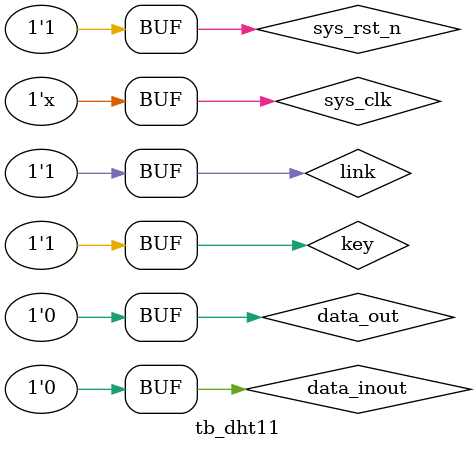
<source format=v>
`timescale 1ns/1ns
module tb_dht11();
reg			sys_clk		;
reg			sys_rst_n	;
reg			key			;
	
wire		data_inout	;

wire [5:0]	sel			;
wire [7:0]	seg			;
reg			data_out	;
reg 		link		;

parameter 	D_40MS	=	40_000_000	,
			D_30MS	= 	30_000_000	,
			D_30US	= 	30_000		,
			D_80US	= 	80_000		,
			D_1000MS= 	1000_000_000,
			D_200MS	= 	200_000_000	,
			
			D_50US	= 	50_000		,
			D_27US	= 	27_000		,
			D_70US	=	70_000		;


initial
	begin
	sys_clk	= 1'b1;
	sys_rst_n <= 1'b0;
	key	<= 1'b1;
	data_out <= 1'b1;
	link	<= 1'b1;
	#30
	sys_rst_n <= 1'b1;
	#D_1000MS 
	link	<= 1'b0;  //释放控制权
	#D_30MS			//DHT11至少需要获得18ms的总线控制权
	link	<= 1'b1; //收回控制权
	data_out <= 1'b1;
	#D_30US
	
	//响应ASK
	data_out <= 1'b0;
	#D_80US
	data_out <= 1'b1;
	#D_80US
	

//测试数据1,温度：24.26,湿度70,数据流：01000110_00000000__00011000_00011010__01111000
	//数据部分
	
	//bit[39]
	//0
	data_out <= 1'b0;
	#D_50US
	data_out <= 1'b1;
	#D_27US
	
	//bit[38]
	//1
	data_out <= 1'b0;
	#D_50US
	data_out <= 1'b1;
	#D_70US	
	
	//bit[37]
	//0
	data_out <= 1'b0;
	#D_50US
	data_out <= 1'b1;
	#D_27US
	
	//bit[36]
	//0
	data_out <= 1'b0;
	#D_50US
	data_out <= 1'b1;
	#D_27US
	
	//bit[35]
	//0
	data_out <= 1'b0;
	#D_50US
	data_out <= 1'b1;
	#D_27US
	
	//bit[34]
	//1
	data_out <= 1'b0;
	#D_50US
	data_out <= 1'b1;
	#D_70US	
	
	//bit[33]
	//1
	data_out <= 1'b0;
	#D_50US
	data_out <= 1'b1;
	#D_70US	
	
	//bit[32]
	//0
	data_out <= 1'b0;
	#D_50US
	data_out <= 1'b1;
	#D_27US
	
	//bit[31]
	//0
	data_out <= 1'b0;
	#D_50US
	data_out <= 1'b1;
	#D_27US
	
	//bit[30]
	//0
	data_out <= 1'b0;
	#D_50US
	data_out <= 1'b1;
	#D_27US
	
	//bit[29]
	//0
	data_out <= 1'b0;
	#D_50US
	data_out <= 1'b1;
	#D_27US
	
	//bit[28]
	//0
	data_out <= 1'b0;
	#D_50US
	data_out <= 1'b1;
	#D_27US
	
	//bit[27]
	//0
	data_out <= 1'b0;
	#D_50US
	data_out <= 1'b1;
	#D_27US
	
	//bit[26]
	//0
	data_out <= 1'b0;
	#D_50US
	data_out <= 1'b1;
	#D_27US
	
	//bit[25]
	//0
	data_out <= 1'b0;
	#D_50US
	data_out <= 1'b1;
	#D_27US
	
	//bit[24]
	//0
	data_out <= 1'b0;
	#D_50US
	data_out <= 1'b1;
	#D_27US
	
	
	//bit[23]
	//0
	data_out <= 1'b0;
	#D_50US
	data_out <= 1'b1;
	#D_27US
	
	//bit[22]
	//0
	data_out <= 1'b0;
	#D_50US
	data_out <= 1'b1;
	#D_27US
	
	//bit[21]
	//0
	data_out <= 1'b0;
	#D_50US
	data_out <= 1'b1;
	#D_27US
	
	//bit[20]
	//1
	data_out <= 1'b0;
	#D_50US
	data_out <= 1'b1;
	#D_70US	
	
	//bit[19]
	//1
	data_out <= 1'b0;
	#D_50US
	data_out <= 1'b1;
	#D_70US	
	
	//bit[18]
	//0
	data_out <= 1'b0;
	#D_50US
	data_out <= 1'b1;
	#D_27US
	
	//bit[17]
	//0
	data_out <= 1'b0;
	#D_50US
	data_out <= 1'b1;
	#D_27US
	
	//bit[16]
	//0
	data_out <= 1'b0;
	#D_50US
	data_out <= 1'b1;
	#D_27US
	
	//bit[15]
	//0
	data_out <= 1'b0;
	#D_50US
	data_out <= 1'b1;
	#D_27US
	
	//bit[14]
	//0
	data_out <= 1'b0;
	#D_50US
	data_out <= 1'b1;
	#D_27US
	
	//bit[13]
	//0
	data_out <= 1'b0;
	#D_50US
	data_out <= 1'b1;
	#D_27US
	
	//bit[12]
	//1
	data_out <= 1'b0;
	#D_50US
	data_out <= 1'b1;
	#D_70US	
	
	//bit[11]
	//1
	data_out <= 1'b0;
	#D_50US
	data_out <= 1'b1;
	#D_70US	
	
	//bit[10]
	//0
	data_out <= 1'b0;
	#D_50US
	data_out <= 1'b1;
	#D_27US
	
	//bit[9]
	//1
	data_out <= 1'b0;
	#D_50US
	data_out <= 1'b1;
	#D_70US	
	
	//bit[8]
	//0
	data_out <= 1'b0;
	#D_50US
	data_out <= 1'b1;
	#D_27US
	
	
	//bit[7]
	//0
	data_out <= 1'b0;
	#D_50US
	data_out <= 1'b1;
	#D_27US
	
	//bit[6]
	//1
	data_out <= 1'b0;
	#D_50US
	data_out <= 1'b1;
	#D_70US	
	
	//bit[5]
	//1
	data_out <= 1'b0;
	#D_50US
	data_out <= 1'b1;
	#D_70US	
	
	//bit[4]
	//1
	data_out <= 1'b0;
	#D_50US
	data_out <= 1'b1;
	#D_70US	
	
	//bit[3]
	//1
	data_out <= 1'b0;
	#D_50US
	data_out <= 1'b1;
	#D_70US	
	
	//bit[2]
	//0
	data_out <= 1'b0;
	#D_50US
	data_out <= 1'b1;
	#D_27US
	
	//bit[1]
	//0
	data_out <= 1'b0;
	#D_50US
	data_out <= 1'b1;
	#D_27US
	
	//bit[0]
	//0
	data_out <= 1'b0;
	#D_50US
	data_out <= 1'b1;
	#D_27US
	
	data_out <= 1'b0;


	end
	
//sys_clk
always#10 sys_clk = ~sys_clk;


//data_inout
assign data_inout = (link)?data_out : 1'bz;





dht11 dht11_inst
(
	.sys_clk		(sys_clk	),
	.sys_rst_n		(sys_rst_n	),
	.key_in			(key		),

	.data_inout		(data_inout	),

	.sel			(sel		),
	.seg		    (seg		)

	
);

endmodule
</source>
